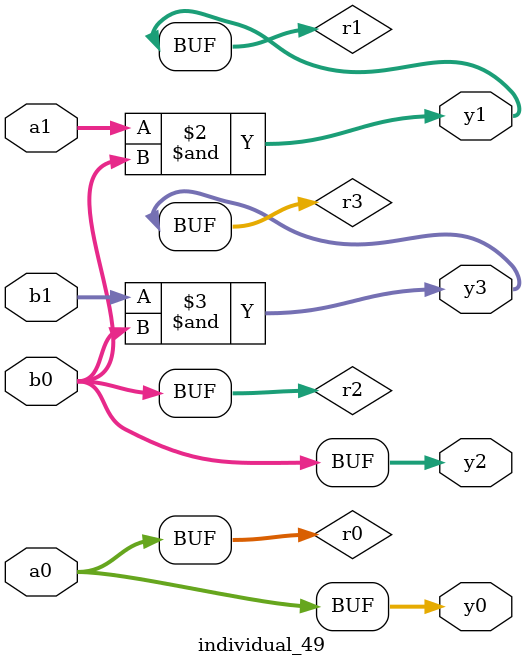
<source format=sv>
module individual_49(input logic [15:0] a1, input logic [15:0] a0, input logic [15:0] b1, input logic [15:0] b0, output logic [15:0] y3, output logic [15:0] y2, output logic [15:0] y1, output logic [15:0] y0);
logic [15:0] r0, r1, r2, r3; 
 always@(*) begin 
	 r0 = a0; r1 = a1; r2 = b0; r3 = b1; 
 	 r1  &=  b0 ;
 	 r3  &=  r2 ;
 	 y3 = r3; y2 = r2; y1 = r1; y0 = r0; 
end
endmodule
</source>
